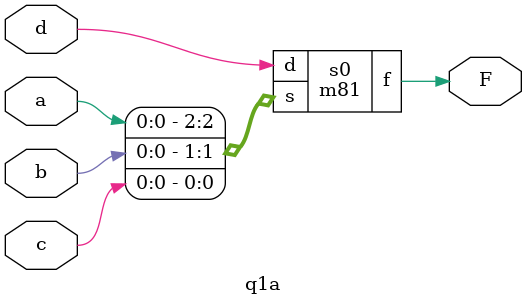
<source format=v>
module m81(d, s, f);
	input d;
	input [2:0] s;
	output f;
	reg f;
	always @(d or s)
	case(s)
		0: f = 0;
		1: f = 0;
		2: f = 1;
		3: f = 1;
		4: f = 1;
		5: f = 0;
		6: f = 1;
		7: f = ~d;
	endcase
endmodule

module q1a(a,b,c,d,F);
	input a,b,c,d;
	output F;
	m81 s0(d, {a, b, c}, F);
endmodule

</source>
